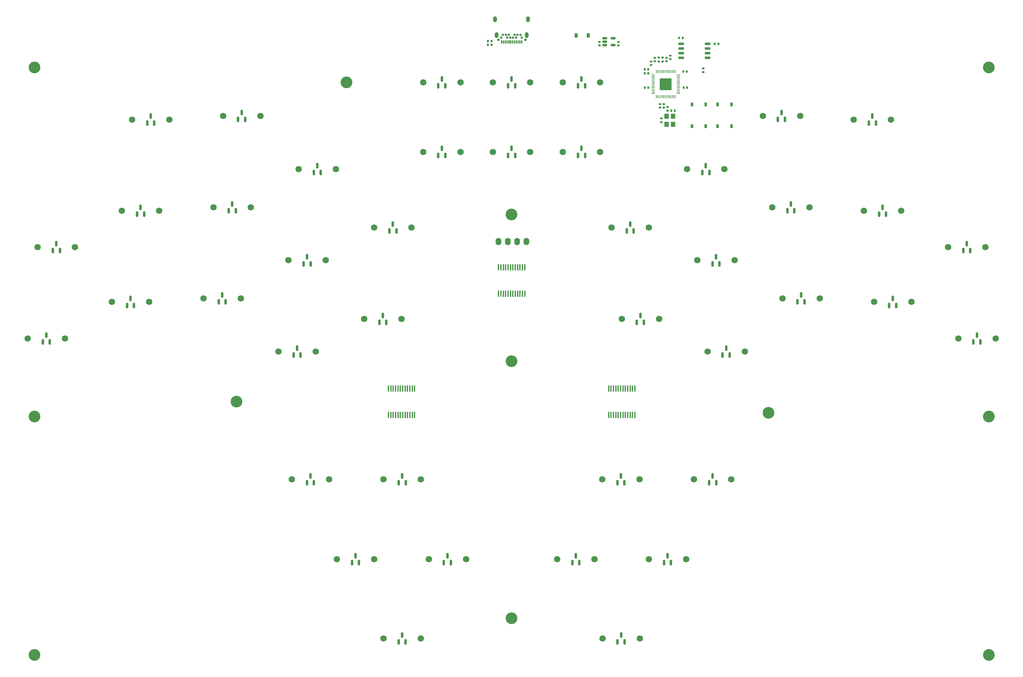
<source format=gbr>
%TF.GenerationSoftware,KiCad,Pcbnew,(7.0.0)*%
%TF.CreationDate,2024-07-28T23:05:56-04:00*%
%TF.ProjectId,ZBox3-0,5a426f78-332d-4302-9e6b-696361645f70,rev?*%
%TF.SameCoordinates,Original*%
%TF.FileFunction,Soldermask,Bot*%
%TF.FilePolarity,Negative*%
%FSLAX46Y46*%
G04 Gerber Fmt 4.6, Leading zero omitted, Abs format (unit mm)*
G04 Created by KiCad (PCBNEW (7.0.0)) date 2024-07-28 23:05:56*
%MOMM*%
%LPD*%
G01*
G04 APERTURE LIST*
G04 Aperture macros list*
%AMRoundRect*
0 Rectangle with rounded corners*
0 $1 Rounding radius*
0 $2 $3 $4 $5 $6 $7 $8 $9 X,Y pos of 4 corners*
0 Add a 4 corners polygon primitive as box body*
4,1,4,$2,$3,$4,$5,$6,$7,$8,$9,$2,$3,0*
0 Add four circle primitives for the rounded corners*
1,1,$1+$1,$2,$3*
1,1,$1+$1,$4,$5*
1,1,$1+$1,$6,$7*
1,1,$1+$1,$8,$9*
0 Add four rect primitives between the rounded corners*
20,1,$1+$1,$2,$3,$4,$5,0*
20,1,$1+$1,$4,$5,$6,$7,0*
20,1,$1+$1,$6,$7,$8,$9,0*
20,1,$1+$1,$8,$9,$2,$3,0*%
G04 Aperture macros list end*
%ADD10C,1.750000*%
%ADD11C,3.200000*%
%ADD12O,1.600000X2.000000*%
%ADD13RoundRect,0.140000X0.170000X-0.140000X0.170000X0.140000X-0.170000X0.140000X-0.170000X-0.140000X0*%
%ADD14RoundRect,0.140000X0.140000X0.170000X-0.140000X0.170000X-0.140000X-0.170000X0.140000X-0.170000X0*%
%ADD15R,0.450000X1.750000*%
%ADD16RoundRect,0.140000X-0.140000X-0.170000X0.140000X-0.170000X0.140000X0.170000X-0.140000X0.170000X0*%
%ADD17RoundRect,0.150000X0.150000X-0.587500X0.150000X0.587500X-0.150000X0.587500X-0.150000X-0.587500X0*%
%ADD18R,1.200000X1.400000*%
%ADD19RoundRect,0.150000X0.650000X0.150000X-0.650000X0.150000X-0.650000X-0.150000X0.650000X-0.150000X0*%
%ADD20RoundRect,0.140000X-0.170000X0.140000X-0.170000X-0.140000X0.170000X-0.140000X0.170000X0.140000X0*%
%ADD21R,0.750000X1.000000*%
%ADD22RoundRect,0.135000X-0.185000X0.135000X-0.185000X-0.135000X0.185000X-0.135000X0.185000X0.135000X0*%
%ADD23RoundRect,0.135000X0.135000X0.185000X-0.135000X0.185000X-0.135000X-0.185000X0.135000X-0.185000X0*%
%ADD24RoundRect,0.135000X0.185000X-0.135000X0.185000X0.135000X-0.185000X0.135000X-0.185000X-0.135000X0*%
%ADD25RoundRect,0.050000X0.387500X0.050000X-0.387500X0.050000X-0.387500X-0.050000X0.387500X-0.050000X0*%
%ADD26RoundRect,0.050000X0.050000X0.387500X-0.050000X0.387500X-0.050000X-0.387500X0.050000X-0.387500X0*%
%ADD27RoundRect,0.144000X1.456000X1.456000X-1.456000X1.456000X-1.456000X-1.456000X1.456000X-1.456000X0*%
%ADD28C,0.700000*%
%ADD29R,0.300000X0.900000*%
%ADD30C,0.650000*%
%ADD31O,1.000000X1.600000*%
%ADD32RoundRect,0.225000X0.225000X0.375000X-0.225000X0.375000X-0.225000X-0.375000X0.225000X-0.375000X0*%
%ADD33RoundRect,0.150000X-0.512500X-0.150000X0.512500X-0.150000X0.512500X0.150000X-0.512500X0.150000X0*%
G04 APERTURE END LIST*
D10*
%TO.C,KH12*%
X152574000Y-103586000D03*
X162734000Y-103586000D03*
%TD*%
D11*
%TO.C,H4*%
X190000000Y-100000000D03*
%TD*%
D10*
%TO.C,KH40*%
X165879000Y-82948000D03*
X176039000Y-82948000D03*
%TD*%
%TO.C,KH39*%
X203962000Y-64054000D03*
X214122000Y-64054000D03*
%TD*%
%TO.C,KH32*%
X283213000Y-74145000D03*
X293373000Y-74145000D03*
%TD*%
D11*
%TO.C,H3*%
X60000000Y-220000000D03*
%TD*%
%TO.C,H8*%
X320000000Y-60000000D03*
%TD*%
%TO.C,H1*%
X60000000Y-60000000D03*
%TD*%
D10*
%TO.C,KH11*%
X131978000Y-87645000D03*
X142138000Y-87645000D03*
%TD*%
%TO.C,KH27*%
X311688000Y-133761000D03*
X321848000Y-133761000D03*
%TD*%
%TO.C,KH17*%
X167403000Y-193915000D03*
X177563000Y-193915000D03*
%TD*%
%TO.C,KH7*%
X106045000Y-122893000D03*
X116205000Y-122893000D03*
%TD*%
%TO.C,KH19*%
X202402000Y-193915000D03*
X212562000Y-193915000D03*
%TD*%
D11*
%TO.C,H6*%
X320000000Y-220000000D03*
%TD*%
D10*
%TO.C,KH10*%
X111370000Y-73200000D03*
X121530000Y-73200000D03*
%TD*%
%TO.C,KH25*%
X263760000Y-122893000D03*
X273920000Y-122893000D03*
%TD*%
%TO.C,KH26*%
X288742000Y-123838000D03*
X298902000Y-123838000D03*
%TD*%
%TO.C,KH3*%
X108810000Y-98047000D03*
X118970000Y-98047000D03*
%TD*%
D11*
%TO.C,H11*%
X260000000Y-154000000D03*
%TD*%
%TO.C,H5*%
X190000000Y-210000000D03*
%TD*%
D10*
%TO.C,KH18*%
X155064000Y-215471000D03*
X165224000Y-215471000D03*
%TD*%
%TO.C,KH38*%
X184920000Y-64054000D03*
X195080000Y-64054000D03*
%TD*%
%TO.C,KH14*%
X130108000Y-172147000D03*
X140268000Y-172147000D03*
%TD*%
%TO.C,KH6*%
X81062000Y-123838000D03*
X91222000Y-123838000D03*
%TD*%
%TO.C,KH30*%
X285977000Y-98991000D03*
X296137000Y-98991000D03*
%TD*%
D11*
%TO.C,H10*%
X190000000Y-140000000D03*
%TD*%
D10*
%TO.C,KH24*%
X243356000Y-137339000D03*
X253516000Y-137339000D03*
%TD*%
D11*
%TO.C,H9*%
X115000000Y-151000000D03*
%TD*%
D10*
%TO.C,KH42*%
X203962000Y-82948000D03*
X214122000Y-82948000D03*
%TD*%
%TO.C,KH31*%
X308923000Y-108914000D03*
X319083000Y-108914000D03*
%TD*%
%TO.C,KH2*%
X83827000Y-98991000D03*
X93987000Y-98991000D03*
%TD*%
%TO.C,KH9*%
X86591000Y-74145000D03*
X96751000Y-74145000D03*
%TD*%
%TO.C,KH29*%
X260995000Y-98047000D03*
X271155000Y-98047000D03*
%TD*%
%TO.C,KH8*%
X126449000Y-137339000D03*
X136609000Y-137339000D03*
%TD*%
%TO.C,KH4*%
X129214000Y-112492000D03*
X139374000Y-112492000D03*
%TD*%
%TO.C,KH23*%
X239697000Y-172147000D03*
X249857000Y-172147000D03*
%TD*%
D12*
%TO.C,U1*%
X186379999Y-107399999D03*
X188919999Y-107399999D03*
X191459999Y-107399999D03*
X193999999Y-107399999D03*
%TD*%
D10*
%TO.C,KH22*%
X214697000Y-172147000D03*
X224857000Y-172147000D03*
%TD*%
%TO.C,KH33*%
X258434000Y-73200000D03*
X268594000Y-73200000D03*
%TD*%
%TO.C,KH13*%
X149809000Y-128433000D03*
X159969000Y-128433000D03*
%TD*%
%TO.C,KH36*%
X219996000Y-128433000D03*
X230156000Y-128433000D03*
%TD*%
%TO.C,KH37*%
X165879000Y-64054000D03*
X176039000Y-64054000D03*
%TD*%
D11*
%TO.C,H2*%
X60000000Y-155000000D03*
%TD*%
%TO.C,H7*%
X320000000Y-155000000D03*
%TD*%
D10*
%TO.C,KH35*%
X217231000Y-103586000D03*
X227391000Y-103586000D03*
%TD*%
%TO.C,KH5*%
X58116000Y-133761000D03*
X68276000Y-133761000D03*
%TD*%
%TO.C,KH21*%
X227402000Y-193915000D03*
X237562000Y-193915000D03*
%TD*%
%TO.C,KH1*%
X60881000Y-108914000D03*
X71041000Y-108914000D03*
%TD*%
D11*
%TO.C,H12*%
X145000000Y-64000000D03*
%TD*%
D10*
%TO.C,KH34*%
X237827000Y-87645000D03*
X247987000Y-87645000D03*
%TD*%
%TO.C,KH20*%
X214740000Y-215471000D03*
X224900000Y-215471000D03*
%TD*%
%TO.C,KH15*%
X155108000Y-172147000D03*
X165268000Y-172147000D03*
%TD*%
%TO.C,KH16*%
X142403000Y-193915000D03*
X152563000Y-193915000D03*
%TD*%
%TO.C,KH28*%
X240591000Y-112492000D03*
X250751000Y-112492000D03*
%TD*%
%TO.C,KH41*%
X184920000Y-82948000D03*
X195080000Y-82948000D03*
%TD*%
D13*
%TO.C,C1*%
X233250000Y-57680000D03*
X233250000Y-56720000D03*
%TD*%
D14*
%TO.C,C15*%
X234430000Y-71700000D03*
X233470000Y-71700000D03*
%TD*%
D15*
%TO.C,AM2*%
X186424999Y-114399999D03*
X187074999Y-114399999D03*
X187724999Y-114399999D03*
X188374999Y-114399999D03*
X189024999Y-114399999D03*
X189674999Y-114399999D03*
X190324999Y-114399999D03*
X190974999Y-114399999D03*
X191624999Y-114399999D03*
X192274999Y-114399999D03*
X192924999Y-114399999D03*
X193574999Y-114399999D03*
X193574999Y-121599999D03*
X192924999Y-121599999D03*
X192274999Y-121599999D03*
X191624999Y-121599999D03*
X190974999Y-121599999D03*
X190324999Y-121599999D03*
X189674999Y-121599999D03*
X189024999Y-121599999D03*
X188374999Y-121599999D03*
X187724999Y-121599999D03*
X187074999Y-121599999D03*
X186424999Y-121599999D03*
%TD*%
D16*
%TO.C,C5*%
X236770000Y-61100000D03*
X237730000Y-61100000D03*
%TD*%
D17*
%TO.C,K40*%
X171909000Y-83885500D03*
X170009000Y-83885500D03*
X170959000Y-82010500D03*
%TD*%
%TO.C,K36*%
X226026000Y-129370500D03*
X224126000Y-129370500D03*
X225076000Y-127495500D03*
%TD*%
D18*
%TO.C,Y1*%
X233949999Y-73249999D03*
X233949999Y-75449999D03*
X232249999Y-75449999D03*
X232249999Y-73249999D03*
%TD*%
D17*
%TO.C,K6*%
X87092000Y-124775500D03*
X85192000Y-124775500D03*
X86142000Y-122900500D03*
%TD*%
D15*
%TO.C,AM1*%
X156424999Y-147399999D03*
X157074999Y-147399999D03*
X157724999Y-147399999D03*
X158374999Y-147399999D03*
X159024999Y-147399999D03*
X159674999Y-147399999D03*
X160324999Y-147399999D03*
X160974999Y-147399999D03*
X161624999Y-147399999D03*
X162274999Y-147399999D03*
X162924999Y-147399999D03*
X163574999Y-147399999D03*
X163574999Y-154599999D03*
X162924999Y-154599999D03*
X162274999Y-154599999D03*
X161624999Y-154599999D03*
X160974999Y-154599999D03*
X160324999Y-154599999D03*
X159674999Y-154599999D03*
X159024999Y-154599999D03*
X158374999Y-154599999D03*
X157724999Y-154599999D03*
X157074999Y-154599999D03*
X156424999Y-154599999D03*
%TD*%
D17*
%TO.C,K28*%
X246621000Y-113429500D03*
X244721000Y-113429500D03*
X245671000Y-111554500D03*
%TD*%
%TO.C,K33*%
X264464000Y-74137500D03*
X262564000Y-74137500D03*
X263514000Y-72262500D03*
%TD*%
%TO.C,K12*%
X158604000Y-104523500D03*
X156704000Y-104523500D03*
X157654000Y-102648500D03*
%TD*%
D19*
%TO.C,U6*%
X243400000Y-53495000D03*
X243400000Y-54765000D03*
X243400000Y-56035000D03*
X243400000Y-57305000D03*
X236200000Y-57305000D03*
X236200000Y-56035000D03*
X236200000Y-54765000D03*
X236200000Y-53495000D03*
%TD*%
D14*
%TO.C,C6*%
X227230000Y-65500000D03*
X226270000Y-65500000D03*
%TD*%
D17*
%TO.C,K35*%
X223261000Y-104523500D03*
X221361000Y-104523500D03*
X222311000Y-102648500D03*
%TD*%
%TO.C,K25*%
X269790000Y-123830500D03*
X267890000Y-123830500D03*
X268840000Y-121955500D03*
%TD*%
D20*
%TO.C,C3*%
X230400000Y-69920000D03*
X230400000Y-70880000D03*
%TD*%
D21*
%TO.C,SW2*%
X246124999Y-69999999D03*
X246124999Y-75999999D03*
X249874999Y-69999999D03*
X249874999Y-75999999D03*
%TD*%
D22*
%TO.C,R3*%
X231150000Y-57290000D03*
X231150000Y-58310000D03*
%TD*%
D17*
%TO.C,K19*%
X208432000Y-194852500D03*
X206532000Y-194852500D03*
X207482000Y-192977500D03*
%TD*%
%TO.C,K4*%
X135244000Y-113429500D03*
X133344000Y-113429500D03*
X134294000Y-111554500D03*
%TD*%
D22*
%TO.C,R5*%
X242200000Y-60190000D03*
X242200000Y-61210000D03*
%TD*%
D17*
%TO.C,K20*%
X220770000Y-216408500D03*
X218870000Y-216408500D03*
X219820000Y-214533500D03*
%TD*%
D14*
%TO.C,C14*%
X236580000Y-51900000D03*
X235620000Y-51900000D03*
%TD*%
%TO.C,C10*%
X227230000Y-61550000D03*
X226270000Y-61550000D03*
%TD*%
D13*
%TO.C,C12*%
X213950000Y-53980000D03*
X213950000Y-53020000D03*
%TD*%
D17*
%TO.C,K11*%
X138008000Y-88582500D03*
X136108000Y-88582500D03*
X137058000Y-86707500D03*
%TD*%
D23*
%TO.C,R2*%
X184520000Y-52750000D03*
X183500000Y-52750000D03*
%TD*%
D15*
%TO.C,AM3*%
X216424999Y-147399999D03*
X217074999Y-147399999D03*
X217724999Y-147399999D03*
X218374999Y-147399999D03*
X219024999Y-147399999D03*
X219674999Y-147399999D03*
X220324999Y-147399999D03*
X220974999Y-147399999D03*
X221624999Y-147399999D03*
X222274999Y-147399999D03*
X222924999Y-147399999D03*
X223574999Y-147399999D03*
X223574999Y-154599999D03*
X222924999Y-154599999D03*
X222274999Y-154599999D03*
X221624999Y-154599999D03*
X220974999Y-154599999D03*
X220324999Y-154599999D03*
X219674999Y-154599999D03*
X219024999Y-154599999D03*
X218374999Y-154599999D03*
X217724999Y-154599999D03*
X217074999Y-154599999D03*
X216424999Y-154599999D03*
%TD*%
D17*
%TO.C,K37*%
X171909000Y-64991500D03*
X170009000Y-64991500D03*
X170959000Y-63116500D03*
%TD*%
%TO.C,K21*%
X233432000Y-194852500D03*
X231532000Y-194852500D03*
X232482000Y-192977500D03*
%TD*%
D13*
%TO.C,C13*%
X219050000Y-53960000D03*
X219050000Y-53000000D03*
%TD*%
D17*
%TO.C,K15*%
X161138000Y-173084500D03*
X159238000Y-173084500D03*
X160188000Y-171209500D03*
%TD*%
D16*
%TO.C,C7*%
X236870000Y-65500000D03*
X237830000Y-65500000D03*
%TD*%
D17*
%TO.C,K41*%
X190950000Y-83885500D03*
X189050000Y-83885500D03*
X190000000Y-82010500D03*
%TD*%
D24*
%TO.C,R7*%
X232450000Y-71760000D03*
X232450000Y-70740000D03*
%TD*%
D17*
%TO.C,K7*%
X112075000Y-123830500D03*
X110175000Y-123830500D03*
X111125000Y-121955500D03*
%TD*%
%TO.C,K27*%
X317718000Y-134698500D03*
X315818000Y-134698500D03*
X316768000Y-132823500D03*
%TD*%
%TO.C,K42*%
X209992000Y-83885500D03*
X208092000Y-83885500D03*
X209042000Y-82010500D03*
%TD*%
%TO.C,K22*%
X220727000Y-173084500D03*
X218827000Y-173084500D03*
X219777000Y-171209500D03*
%TD*%
%TO.C,K29*%
X267025000Y-98984500D03*
X265125000Y-98984500D03*
X266075000Y-97109500D03*
%TD*%
%TO.C,K18*%
X161094000Y-216408500D03*
X159194000Y-216408500D03*
X160144000Y-214533500D03*
%TD*%
%TO.C,K14*%
X136138000Y-173084500D03*
X134238000Y-173084500D03*
X135188000Y-171209500D03*
%TD*%
%TO.C,K5*%
X64146000Y-134698500D03*
X62246000Y-134698500D03*
X63196000Y-132823500D03*
%TD*%
%TO.C,K2*%
X89857000Y-99928500D03*
X87957000Y-99928500D03*
X88907000Y-98053500D03*
%TD*%
D23*
%TO.C,R1*%
X184510000Y-53750000D03*
X183490000Y-53750000D03*
%TD*%
D25*
%TO.C,U2*%
X235437500Y-61900000D03*
X235437500Y-62300000D03*
X235437500Y-62700000D03*
X235437500Y-63100000D03*
X235437500Y-63500000D03*
X235437500Y-63900000D03*
X235437500Y-64300000D03*
X235437500Y-64700000D03*
X235437500Y-65100000D03*
X235437500Y-65500000D03*
X235437500Y-65900000D03*
X235437500Y-66300000D03*
X235437500Y-66700000D03*
X235437500Y-67100000D03*
D26*
X234600000Y-67937500D03*
X234200000Y-67937500D03*
X233800000Y-67937500D03*
X233400000Y-67937500D03*
X233000000Y-67937500D03*
X232600000Y-67937500D03*
X232200000Y-67937500D03*
X231800000Y-67937500D03*
X231400000Y-67937500D03*
X231000000Y-67937500D03*
X230600000Y-67937500D03*
X230200000Y-67937500D03*
X229800000Y-67937500D03*
X229400000Y-67937500D03*
D25*
X228562500Y-67100000D03*
X228562500Y-66700000D03*
X228562500Y-66300000D03*
X228562500Y-65900000D03*
X228562500Y-65500000D03*
X228562500Y-65100000D03*
X228562500Y-64700000D03*
X228562500Y-64300000D03*
X228562500Y-63900000D03*
X228562500Y-63500000D03*
X228562500Y-63100000D03*
X228562500Y-62700000D03*
X228562500Y-62300000D03*
X228562500Y-61900000D03*
D26*
X229400000Y-61062500D03*
X229800000Y-61062500D03*
X230200000Y-61062500D03*
X230600000Y-61062500D03*
X231000000Y-61062500D03*
X231400000Y-61062500D03*
X231800000Y-61062500D03*
X232200000Y-61062500D03*
X232600000Y-61062500D03*
X233000000Y-61062500D03*
X233400000Y-61062500D03*
X233800000Y-61062500D03*
X234200000Y-61062500D03*
X234600000Y-61062500D03*
D27*
X232000000Y-64500000D03*
%TD*%
D20*
%TO.C,C16*%
X230750000Y-73870000D03*
X230750000Y-74830000D03*
%TD*%
D28*
%TO.C,J5*%
X186400000Y-52440000D03*
X193750000Y-52440000D03*
D29*
X187249999Y-52999999D03*
X187749999Y-52999999D03*
X188249999Y-52999999D03*
X188749999Y-52999999D03*
X189249999Y-52999999D03*
X189749999Y-52999999D03*
X190249999Y-52999999D03*
X190749999Y-52999999D03*
X191249999Y-52999999D03*
X191749999Y-52999999D03*
X192249999Y-52999999D03*
X192749999Y-52999999D03*
D30*
X192800000Y-51790000D03*
X192400000Y-51090000D03*
X191600000Y-51090000D03*
X191200000Y-51790000D03*
X190800000Y-51090000D03*
X190400000Y-51790000D03*
X189600000Y-51790000D03*
X189200000Y-51090000D03*
X188800000Y-51790000D03*
X188400000Y-51090000D03*
X187600000Y-51090000D03*
X187200000Y-51790000D03*
D31*
X185509999Y-46799999D03*
X185869999Y-51189999D03*
X194129999Y-51189999D03*
X194489999Y-46799999D03*
%TD*%
D17*
%TO.C,K34*%
X243857000Y-88582500D03*
X241957000Y-88582500D03*
X242907000Y-86707500D03*
%TD*%
%TO.C,K31*%
X314953000Y-109851500D03*
X313053000Y-109851500D03*
X314003000Y-107976500D03*
%TD*%
%TO.C,K24*%
X249386000Y-138276500D03*
X247486000Y-138276500D03*
X248436000Y-136401500D03*
%TD*%
D22*
%TO.C,R4*%
X230070000Y-57290000D03*
X230070000Y-58310000D03*
%TD*%
D20*
%TO.C,C9*%
X231430000Y-69920000D03*
X231430000Y-70880000D03*
%TD*%
D17*
%TO.C,K26*%
X294772000Y-124775500D03*
X292872000Y-124775500D03*
X293822000Y-122900500D03*
%TD*%
%TO.C,K8*%
X132479000Y-138276500D03*
X130579000Y-138276500D03*
X131529000Y-136401500D03*
%TD*%
D13*
%TO.C,C4*%
X232200000Y-58280000D03*
X232200000Y-57320000D03*
%TD*%
D17*
%TO.C,K23*%
X245727000Y-173084500D03*
X243827000Y-173084500D03*
X244777000Y-171209500D03*
%TD*%
D14*
%TO.C,C11*%
X227230000Y-60500000D03*
X226270000Y-60500000D03*
%TD*%
D17*
%TO.C,K39*%
X209992000Y-64991500D03*
X208092000Y-64991500D03*
X209042000Y-63116500D03*
%TD*%
D23*
%TO.C,R6*%
X246360000Y-53500000D03*
X245340000Y-53500000D03*
%TD*%
D13*
%TO.C,C8*%
X227950000Y-59280000D03*
X227950000Y-58320000D03*
%TD*%
D21*
%TO.C,SW1*%
X242874999Y-75999999D03*
X242874999Y-69999999D03*
X239124999Y-75999999D03*
X239124999Y-69999999D03*
%TD*%
D17*
%TO.C,K3*%
X114840000Y-98984500D03*
X112940000Y-98984500D03*
X113890000Y-97109500D03*
%TD*%
%TO.C,K10*%
X117400000Y-74137500D03*
X115500000Y-74137500D03*
X116450000Y-72262500D03*
%TD*%
%TO.C,K9*%
X92621000Y-75082500D03*
X90721000Y-75082500D03*
X91671000Y-73207500D03*
%TD*%
%TO.C,K17*%
X173433000Y-194852500D03*
X171533000Y-194852500D03*
X172483000Y-192977500D03*
%TD*%
D32*
%TO.C,D43*%
X210900000Y-51250000D03*
X207600000Y-51250000D03*
%TD*%
D33*
%TO.C,U5*%
X215362500Y-53900000D03*
X215362500Y-52950000D03*
X215362500Y-52000000D03*
X217637500Y-52000000D03*
X217637500Y-53900000D03*
%TD*%
D13*
%TO.C,C2*%
X229000000Y-58280000D03*
X229000000Y-57320000D03*
%TD*%
D17*
%TO.C,K32*%
X289243000Y-75082500D03*
X287343000Y-75082500D03*
X288293000Y-73207500D03*
%TD*%
%TO.C,K38*%
X190950000Y-64991500D03*
X189050000Y-64991500D03*
X190000000Y-63116500D03*
%TD*%
%TO.C,K30*%
X292007000Y-99928500D03*
X290107000Y-99928500D03*
X291057000Y-98053500D03*
%TD*%
%TO.C,K16*%
X148433000Y-194852500D03*
X146533000Y-194852500D03*
X147483000Y-192977500D03*
%TD*%
%TO.C,K1*%
X66911000Y-109851500D03*
X65011000Y-109851500D03*
X65961000Y-107976500D03*
%TD*%
%TO.C,K13*%
X155839000Y-129370500D03*
X153939000Y-129370500D03*
X154889000Y-127495500D03*
%TD*%
M02*

</source>
